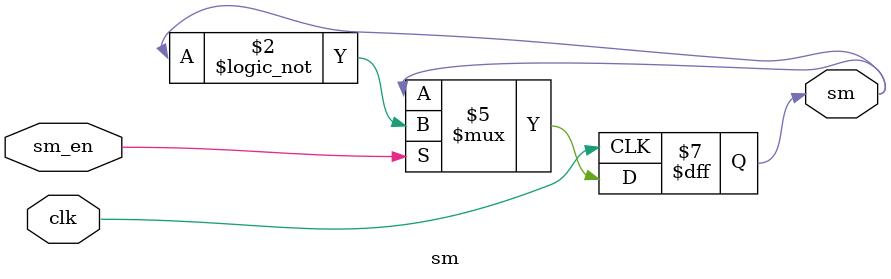
<source format=v>
module sm(clk,sm_en,sm);
input clk,sm_en;
output reg sm;

initial sm=1'b0;

always@(negedge clk)
begin
    if (sm_en) sm<=!sm;
    else sm<=sm;
end
endmodule
</source>
